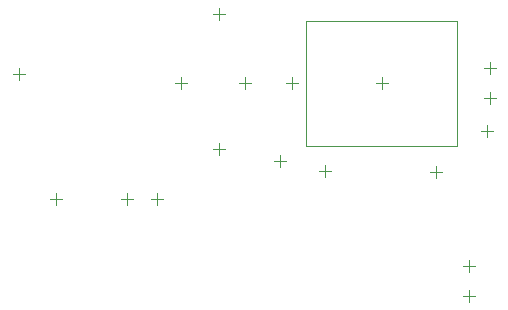
<source format=gbr>
G04 Layer_Color=32768*
%FSLAX26Y26*%
%MOIN*%
%TF.FileFunction,Other,Mechanical_15*%
%TF.Part,Single*%
G01*
G75*
%TA.AperFunction,NonConductor*%
%ADD46C,0.003937*%
%ADD47C,0.001968*%
D46*
X1900315Y-1700000D02*
X1939685D01*
X1920000Y-1719685D02*
Y-1680315D01*
Y-1619685D02*
Y-1580315D01*
X1939685Y-1600000D02*
X1900315D01*
X1960315Y-1150000D02*
X1999685D01*
X1980000Y-1169685D02*
Y-1130315D01*
X1990000Y-1059685D02*
Y-1020315D01*
X1970315Y-1040000D02*
X2009685D01*
X1990000Y-959685D02*
Y-920315D01*
X2009685Y-940000D02*
X1970315D01*
X1630000Y-970315D02*
Y-1009685D01*
X1610315Y-990000D02*
X1649685D01*
X1790315Y-1287401D02*
X1829685D01*
X1810000Y-1267716D02*
Y-1307087D01*
X1330000Y-1009685D02*
Y-970315D01*
X1349685Y-990000D02*
X1310315D01*
X1194173Y-990000D02*
X1154803D01*
X1174488Y-1009685D02*
Y-970315D01*
X1270315Y-1250000D02*
X1309685D01*
X1290000Y-1230315D02*
Y-1269685D01*
X1420315Y-1282598D02*
X1459685D01*
X1440000Y-1262913D02*
Y-1302284D01*
X960000Y-1009685D02*
Y-970315D01*
X940315Y-990000D02*
X979685D01*
X1068189Y-760000D02*
X1107559D01*
X1087874Y-779685D02*
Y-740315D01*
Y-1190315D02*
Y-1229685D01*
X1107559Y-1210000D02*
X1068189D01*
X880000Y-1355315D02*
Y-1394685D01*
X899685Y-1375000D02*
X860315D01*
X799685D02*
X760315D01*
X564685Y-1375630D02*
X525315D01*
X545000Y-1355945D02*
Y-1395315D01*
X780000Y-1394685D02*
Y-1355315D01*
X420000Y-979685D02*
Y-940315D01*
X400315Y-960000D02*
X439685D01*
D47*
X1881968Y-1198661D02*
Y-781339D01*
X1378032D01*
Y-1198661D01*
X1881968D01*
%TF.MD5,632ca3dbf3cc7ca073a2fa0a8a4d50e3*%
M02*

</source>
